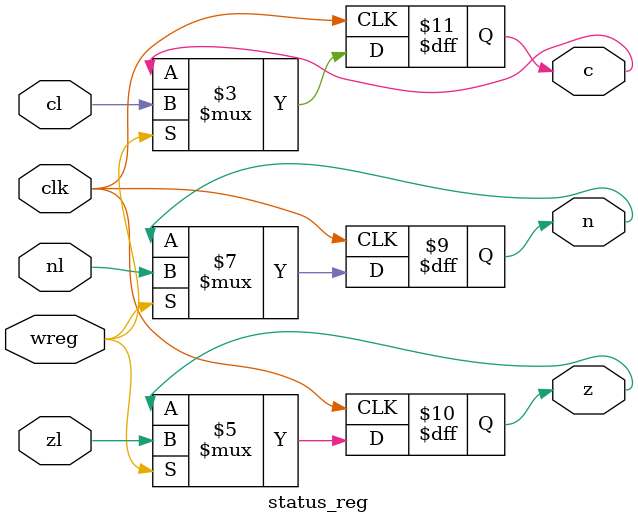
<source format=v>
module status_reg(clk, wreg,zl,cl,nl,z,c,n);
input clk, wreg, nl, zl, cl;
output n; reg n;
output z; reg z;
output c; reg c;
always @ (posedge clk)
if (wreg==1) begin
	n<=nl; z<=zl; c<=cl ; 
end
endmodule

</source>
